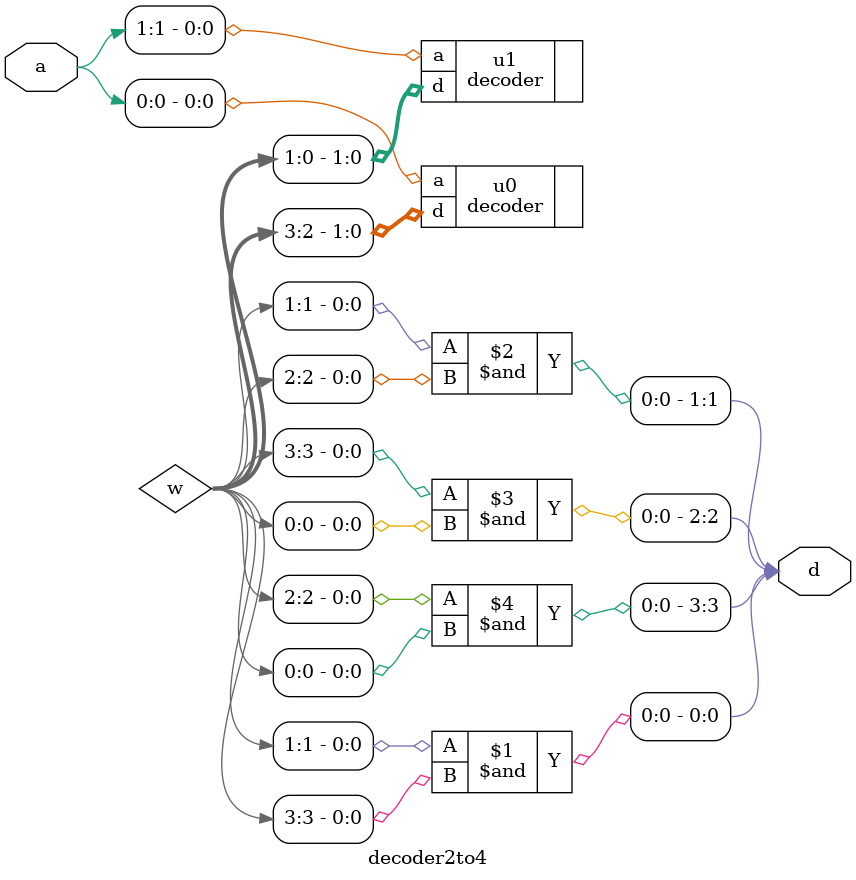
<source format=v>
`include "decoder.v"
module decoder2to4(a,d);
input [1:0]a;
output[3:0]d;
wire [3:0]w;
decoder u0 (.a(a[0]),.d(w[3:2]));
decoder u1 (.a(a[1]),.d(w[1:0]));
assign d[0]=w[1]&w[3];
assign d[1]=w[1]&w[2];
assign d[2]=w[3]&w[0];
assign d[3]=w[2]&w[0];


    endmodule
</source>
